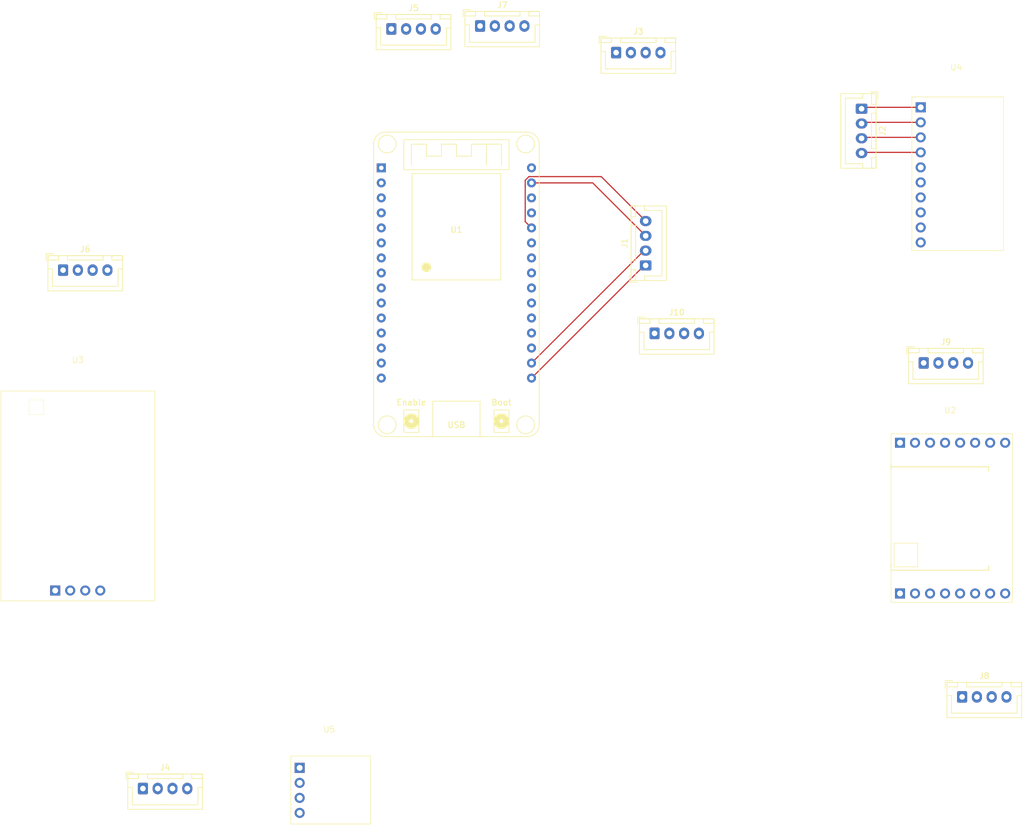
<source format=kicad_pcb>
(kicad_pcb (version 20241229) (generator "pcbnew") (generator_version "9.0")
  (layers (0 "F.Cu" signal) (2 "B.Cu" signal) (13 "F.Paste" user) (15 "B.Paste" user) (5 "F.SilkS" user "F.Silkscreen") (7 "B.SilkS" user "B.Silkscreen") (1 "F.Mask" user) (3 "B.Mask" user) (25 "Edge.Cuts" user))
  (net 0 "")
  (net 20 "LoRa1.RST")
  (net 24 "LoRa2.NSS")
  (net 26 "LoRa2.MISO")
  (net 27 "LoRa2.SCK")
  (net 31 "LoRa1.DI00")
  (net 32 "GPS.GND")
  (net 33 "GPS.TX")
  (net 34 "GPS.VCC")
  (net 41 "BME.SCL")
  (net 42 "BME.SDA")
  (net 43 "Net-(J2-Pin_4)")
  (net 44 "Net-(J2-Pin_2)")
  (net 45 "Net-(J2-Pin_1)")
  (net 46 "Net-(J2-Pin_3)")
  (net 47 "Net-(J4-Pin_4)")
  (net 48 "Net-(J4-Pin_2)")
  (net 49 "Net-(J4-Pin_3)")
  (net 50 "Net-(J4-Pin_1)")
  (net 51 "Net-(J6-Pin_1)")
  (net 52 "Net-(J6-Pin_2)")
  (net 53 "Net-(J6-Pin_4)")
  (net 54 "Net-(J6-Pin_3)")
  (net 55 "Net-(J8-Pin_3)")
  (net 56 "Net-(J8-Pin_2)")
  (net 57 "Net-(J8-Pin_1)")
  (net 58 "Net-(J8-Pin_4)")
  (net 59 "Net-(J9-Pin_3)")
  (net 60 "Net-(J9-Pin_2)")
  (net 61 "Net-(J9-Pin_1)")
  (net 62 "Net-(J9-Pin_4)")
  (net 63 "GPS.RX")
  (net 64 "LoRa2.MOSI")
  (footprint "Library:esp32_devkit_v1_doit" (layer "F.Cu") (at 181 56.5)
    (property "Reference" "U1" (at 0 10.47 0) (layer "F.SilkS"))
    (property "Value" "ESP32_DevKit_V1")
    (fp_line (start -14 -4.04) (end -14 43.46) (stroke (width 0.12)) (layer "F.SilkS"))
    (fp_line (start -12 -6.04) (end 12 -6.04) (stroke (width 0.12)) (layer "F.SilkS"))
    (fp_line (start -12 45.46) (end 12 45.46) (stroke (width 0.12)) (layer "F.SilkS"))
    (fp_line (start -8.89 -4.77) (end 8.89 -4.77) (stroke (width 0.12)) (layer "F.SilkS"))
    (fp_line (start -8.89 0.31) (end -8.89 -4.77) (stroke (width 0.12)) (layer "F.SilkS"))
    (fp_line (start -8.89 40.95) (end -6.35 40.95) (stroke (width 0.12)) (layer "F.SilkS"))
    (fp_line (start -8.89 44.76) (end -8.89 40.95) (stroke (width 0.12)) (layer "F.SilkS"))
    (fp_line (start -7.62 -4.008) (end -5.08 -4.008) (stroke (width 0.12)) (layer "F.SilkS"))
    (fp_line (start -7.62 -0.452) (end -7.62 -4.008) (stroke (width 0.12)) (layer "F.SilkS"))
    (fp_line (start -7.5 0.96) (end 7.5 0.96) (stroke (width 0.12)) (layer "F.SilkS"))
    (fp_line (start -7.5 18.96) (end -7.5 0.96) (stroke (width 0.12)) (layer "F.SilkS"))
    (fp_line (start -6.35 40.95) (end -6.35 44.76) (stroke (width 0.12)) (layer "F.SilkS"))
    (fp_line (start -6.35 44.76) (end -8.89 44.76) (stroke (width 0.12)) (layer "F.SilkS"))
    (fp_line (start -5.08 -4.008) (end -5.08 -1.976) (stroke (width 0.12)) (layer "F.SilkS"))
    (fp_line (start -5.08 -1.976) (end -2.54 -1.976) (stroke (width 0.12)) (layer "F.SilkS"))
    (fp_line (start -4 39.46) (end -4 45.46) (stroke (width 0.12)) (layer "F.SilkS"))
    (fp_line (start -4 39.46) (end 4 39.46) (stroke (width 0.12)) (layer "F.SilkS"))
    (fp_line (start -2.54 -4.008) (end 0 -4.008) (stroke (width 0.12)) (layer "F.SilkS"))
    (fp_line (start -2.54 -1.976) (end -2.54 -4.008) (stroke (width 0.12)) (layer "F.SilkS"))
    (fp_line (start 0 -4.008) (end 0 -1.976) (stroke (width 0.12)) (layer "F.SilkS"))
    (fp_line (start 0 -1.976) (end 2.54 -1.976) (stroke (width 0.12)) (layer "F.SilkS"))
    (fp_line (start 2.54 -4.008) (end 7.62 -4.008) (stroke (width 0.12)) (layer "F.SilkS"))
    (fp_line (start 2.54 -1.976) (end 2.54 -4.008) (stroke (width 0.12)) (layer "F.SilkS"))
    (fp_line (start 4 39.46) (end 4 45.46) (stroke (width 0.12)) (layer "F.SilkS"))
    (fp_line (start 5.08 -4.008) (end 5.08 -0.452) (stroke (width 0.12)) (layer "F.SilkS"))
    (fp_line (start 6.35 40.95) (end 8.89 40.95) (stroke (width 0.12)) (layer "F.SilkS"))
    (fp_line (start 6.35 44.76) (end 6.35 40.95) (stroke (width 0.12)) (layer "F.SilkS"))
    (fp_line (start 7.5 0.96) (end 7.5 18.96) (stroke (width 0.12)) (layer "F.SilkS"))
    (fp_line (start 7.5 18.96) (end -7.5 18.96) (stroke (width 0.12)) (layer "F.SilkS"))
    (fp_line (start 7.62 -4.008) (end 7.62 -0.452) (stroke (width 0.12)) (layer "F.SilkS"))
    (fp_line (start 8.89 -4.77) (end 8.89 0.31) (stroke (width 0.12)) (layer "F.SilkS"))
    (fp_line (start 8.89 0.31) (end -8.89 0.31) (stroke (width 0.12)) (layer "F.SilkS"))
    (fp_line (start 8.89 40.95) (end 8.89 44.76) (stroke (width 0.12)) (layer "F.SilkS"))
    (fp_line (start 8.89 44.76) (end 6.35 44.76) (stroke (width 0.12)) (layer "F.SilkS"))
    (fp_line (start 14 43.46) (end 14 -4.04) (stroke (width 0.12)) (layer "F.SilkS"))
    (fp_arc (start -14 -4.04) (mid -13.414214 -5.454214) (end -12 -6.04) (stroke (width 0.12)) (layer "F.SilkS"))
    (fp_arc (start -12 45.46) (mid -13.414214 44.874214) (end -14 43.46) (stroke (width 0.12)) (layer "F.SilkS"))
    (fp_arc (start 12 -6.04) (mid 13.414214 -5.454214) (end 14 -4.04) (stroke (width 0.12)) (layer "F.SilkS"))
    (fp_arc (start 14 43.46) (mid 13.414214 44.874214) (end 12 45.46) (stroke (width 0.12)) (layer "F.SilkS"))
    (fp_circle (center -11.7 -4.04) (end -10.2 -4.04) (stroke (width 0.12)) (fill no) (layer "F.SilkS"))
    (fp_circle (center -11.7 43.46) (end -10.2 43.46) (stroke (width 0.12)) (fill no) (layer "F.SilkS"))
    (fp_circle (center -7.62 42.855) (end -7.32 42.855) (stroke (width 1)) (fill no) (layer "F.SilkS"))
    (fp_circle (center -5.08 16.82) (end -4.68 16.82) (stroke (width 0.8)) (fill no) (layer "F.SilkS"))
    (fp_circle (center 7.62 42.855) (end 7.92 42.855) (stroke (width 1)) (fill no) (layer "F.SilkS"))
    (fp_circle (center 11.7 -4.04) (end 13.2 -4.04) (stroke (width 0.12)) (fill no) (layer "F.SilkS"))
    (fp_circle (center 11.7 43.46) (end 13.2 43.46) (stroke (width 0.12)) (fill no) (layer "F.SilkS"))
    (fp_text user "USB" (at 0 43.49 0) (layer "F.SilkS"))
    (fp_text user "Enable" (at -7.62 39.68 0) (layer "F.SilkS"))
    (fp_text user "Boot" (at 7.62 39.68 0) (layer "F.SilkS"))
    (pad "1" thru_hole rect (at -12.7 0) (size 1.524 1.524) (drill 0.762) (layers "*.Cu" "*.Mask"))
    (pad "2" thru_hole circle (at -12.7 2.54) (size 1.524 1.524) (drill 0.762) (layers "*.Cu" "*.Mask"))
    (pad "3" thru_hole circle (at -12.7 5.08) (size 1.524 1.524) (drill 0.762) (layers "*.Cu" "*.Mask"))
    (pad "4" thru_hole circle (at -12.7 7.62) (size 1.524 1.524) (drill 0.762) (layers "*.Cu" "*.Mask"))
    (pad "5" thru_hole circle (at -12.7 10.16) (size 1.524 1.524) (drill 0.762) (layers "*.Cu" "*.Mask"))
    (pad "6" thru_hole circle (at -12.7 12.7) (size 1.524 1.524) (drill 0.762) (layers "*.Cu" "*.Mask"))
    (pad "7" thru_hole circle (at -12.7 15.24) (size 1.524 1.524) (drill 0.762) (layers "*.Cu" "*.Mask"))
    (pad "8" thru_hole circle (at -12.7 17.78) (size 1.524 1.524) (drill 0.762) (layers "*.Cu" "*.Mask"))
    (pad "9" thru_hole circle (at -12.7 20.32) (size 1.524 1.524) (drill 0.762) (layers "*.Cu" "*.Mask"))
    (pad "10" thru_hole circle (at -12.7 22.86) (size 1.524 1.524) (drill 0.762) (layers "*.Cu" "*.Mask"))
    (pad "11" thru_hole circle (at -12.7 25.4) (size 1.524 1.524) (drill 0.762) (layers "*.Cu" "*.Mask") (net 20 "LoRa1.RST"))
    (pad "12" thru_hole circle (at -12.7 27.94) (size 1.524 1.524) (drill 0.762) (layers "*.Cu" "*.Mask"))
    (pad "13" thru_hole circle (at -12.7 30.48) (size 1.524 1.524) (drill 0.762) (layers "*.Cu" "*.Mask"))
    (pad "14" thru_hole circle (at -12.7 33.02) (size 1.524 1.524) (drill 0.762) (layers "*.Cu" "*.Mask"))
    (pad "15" thru_hole circle (at -12.7 35.56) (size 1.524 1.524) (drill 0.762) (layers "*.Cu" "*.Mask"))
    (pad "16" thru_hole circle (at 12.7 35.56) (size 1.524 1.524) (drill 0.762) (layers "*.Cu" "*.Mask") (net 34 "GPS.VCC"))
    (pad "17" thru_hole circle (at 12.7 33.02) (size 1.524 1.524) (drill 0.762) (layers "*.Cu" "*.Mask") (net 32 "GPS.GND"))
    (pad "18" thru_hole circle (at 12.7 30.48) (size 1.524 1.524) (drill 0.762) (layers "*.Cu" "*.Mask"))
    (pad "19" thru_hole circle (at 12.7 27.94) (size 1.524 1.524) (drill 0.762) (layers "*.Cu" "*.Mask") (net 31 "LoRa1.DI00"))
    (pad "20" thru_hole circle (at 12.7 25.4) (size 1.524 1.524) (drill 0.762) (layers "*.Cu" "*.Mask"))
    (pad "21" thru_hole circle (at 12.7 22.86) (size 1.524 1.524) (drill 0.762) (layers "*.Cu" "*.Mask"))
    (pad "22" thru_hole circle (at 12.7 20.32) (size 1.524 1.524) (drill 0.762) (layers "*.Cu" "*.Mask"))
    (pad "23" thru_hole circle (at 12.7 17.78) (size 1.524 1.524) (drill 0.762) (layers "*.Cu" "*.Mask") (net 24 "LoRa2.NSS"))
    (pad "24" thru_hole circle (at 12.7 15.24) (size 1.524 1.524) (drill 0.762) (layers "*.Cu" "*.Mask") (net 27 "LoRa2.SCK"))
    (pad "25" thru_hole circle (at 12.7 12.7) (size 1.524 1.524) (drill 0.762) (layers "*.Cu" "*.Mask") (net 26 "LoRa2.MISO"))
    (pad "26" thru_hole circle (at 12.7 10.16) (size 1.524 1.524) (drill 0.762) (layers "*.Cu" "*.Mask") (net 42 "BME.SDA"))
    (pad "27" thru_hole circle (at 12.7 7.62) (size 1.524 1.524) (drill 0.762) (layers "*.Cu" "*.Mask") (net 63 "GPS.RX"))
    (pad "28" thru_hole circle (at 12.7 5.08) (size 1.524 1.524) (drill 0.762) (layers "*.Cu" "*.Mask") (net 33 "GPS.TX"))
    (pad "29" thru_hole circle (at 12.7 2.54) (size 1.524 1.524) (drill 0.762) (layers "*.Cu" "*.Mask") (net 41 "BME.SCL"))
    (pad "30" thru_hole circle (at 12.7 0) (size 1.524 1.524) (drill 0.762) (layers "*.Cu" "*.Mask") (net 64 "LoRa2.MOSI"))
  )
  (footprint "Connector_JST:JST_XH_B4B-XH-A_1x04_P2.50mm_Vertical" (layer "F.Cu") (at 214.5 84.5)
    (property "Reference" "J10" (at 3.75 -3.55 0) (layer "F.SilkS"))
    (property "Value" "MPU_XH2.54_H")
    (fp_line (start -2.85 -2.75) (end -2.85 -1.5) (stroke (width 0.12)) (layer "F.SilkS"))
    (fp_line (start -2.56 -2.46) (end -2.56 3.51) (stroke (width 0.12)) (layer "F.SilkS"))
    (fp_line (start -2.56 3.51) (end 10.06 3.51) (stroke (width 0.12)) (layer "F.SilkS"))
    (fp_line (start -2.55 -2.45) (end -2.55 -1.7) (stroke (width 0.12)) (layer "F.SilkS"))
    (fp_line (start -2.55 -1.7) (end -0.75 -1.7) (stroke (width 0.12)) (layer "F.SilkS"))
    (fp_line (start -2.55 -0.2) (end -1.8 -0.2) (stroke (width 0.12)) (layer "F.SilkS"))
    (fp_line (start -1.8 -0.2) (end -1.8 2.75) (stroke (width 0.12)) (layer "F.SilkS"))
    (fp_line (start -1.8 2.75) (end 3.75 2.75) (stroke (width 0.12)) (layer "F.SilkS"))
    (fp_line (start -1.6 -2.75) (end -2.85 -2.75) (stroke (width 0.12)) (layer "F.SilkS"))
    (fp_line (start -0.75 -2.45) (end -2.55 -2.45) (stroke (width 0.12)) (layer "F.SilkS"))
    (fp_line (start -0.75 -1.7) (end -0.75 -2.45) (stroke (width 0.12)) (layer "F.SilkS"))
    (fp_line (start 0.75 -2.45) (end 0.75 -1.7) (stroke (width 0.12)) (layer "F.SilkS"))
    (fp_line (start 0.75 -1.7) (end 6.75 -1.7) (stroke (width 0.12)) (layer "F.SilkS"))
    (fp_line (start 6.75 -2.45) (end 0.75 -2.45) (stroke (width 0.12)) (layer "F.SilkS"))
    (fp_line (start 6.75 -1.7) (end 6.75 -2.45) (stroke (width 0.12)) (layer "F.SilkS"))
    (fp_line (start 8.25 -2.45) (end 8.25 -1.7) (stroke (width 0.12)) (layer "F.SilkS"))
    (fp_line (start 8.25 -1.7) (end 10.05 -1.7) (stroke (width 0.12)) (layer "F.SilkS"))
    (fp_line (start 9.3 -0.2) (end 9.3 2.75) (stroke (width 0.12)) (layer "F.SilkS"))
    (fp_line (start 9.3 2.75) (end 3.75 2.75) (stroke (width 0.12)) (layer "F.SilkS"))
    (fp_line (start 10.05 -2.45) (end 8.25 -2.45) (stroke (width 0.12)) (layer "F.SilkS"))
    (fp_line (start 10.05 -1.7) (end 10.05 -2.45) (stroke (width 0.12)) (layer "F.SilkS"))
    (fp_line (start 10.05 -0.2) (end 9.3 -0.2) (stroke (width 0.12)) (layer "F.SilkS"))
    (fp_line (start 10.06 -2.46) (end -2.56 -2.46) (stroke (width 0.12)) (layer "F.SilkS"))
    (fp_line (start 10.06 3.51) (end 10.06 -2.46) (stroke (width 0.12)) (layer "F.SilkS"))
    (pad "1" thru_hole roundrect (at 0 0) (size 1.7 1.95) (drill 0.95) (layers "*.Cu" "*.Mask") (roundrect_rratio 0.147059) (net 24 "LoRa2.NSS"))
    (pad "2" thru_hole oval (at 2.5 0) (size 1.7 1.95) (drill 0.95) (layers "*.Cu" "*.Mask") (net 26 "LoRa2.MISO"))
    (pad "3" thru_hole oval (at 5 0) (size 1.7 1.95) (drill 0.95) (layers "*.Cu" "*.Mask") (net 26 "LoRa2.MISO"))
    (pad "4" thru_hole oval (at 7.5 0) (size 1.7 1.95) (drill 0.95) (layers "*.Cu" "*.Mask") (net 27 "LoRa2.SCK"))
  )
  (footprint "MyLibrary:LoRa Ra-02" (layer "F.Cu") (at 264.5 116)
    (property "Reference" "U2" (at 0 -18.5 0) (layer "F.SilkS") (effects (font (thickness 0.1))))
    (property "Value" "LoRa Ra-02")
    (fp_line (start -10.00885 -8.928465) (end 6.49115 -8.928465) (stroke (width 0.15)) (layer "F.SilkS"))
    (fp_line (start -10.00885 -8.5) (end -10.00885 -9.25) (stroke (width 0.15)) (layer "F.SilkS"))
    (fp_line (start -10.00885 7.5) (end -10.00885 8.25) (stroke (width 0.15)) (layer "F.SilkS"))
    (fp_line (start -10.00885 8.571535) (end 6.49115 8.571535) (stroke (width 0.15)) (layer "F.SilkS"))
    (fp_line (start 6.49115 -8.928465) (end 6.49115 -8.178465) (stroke (width 0.15)) (layer "F.SilkS"))
    (fp_line (start 6.49115 8.571535) (end 6.49115 7.821535) (stroke (width 0.15)) (layer "F.SilkS"))
    (fp_rect (start -10 -14.5) (end 10.5 14) (stroke (width 0.1)) (fill no) (layer "F.SilkS"))
    (fp_rect (start -9.5 4) (end -5.5 8) (stroke (width 0.1)) (fill no) (layer "F.SilkS"))
    (pad "1" thru_hole rect (at -8.5 12.5 90) (size 1.7 1.7) (drill 1) (layers "*.Cu" "*.Mask"))
    (pad "2" thru_hole circle (at -5.96 12.5 90) (size 1.7 1.7) (drill 1) (layers "*.Cu" "*.Mask") (net 57 "Net-(J8-Pin_1)"))
    (pad "3" thru_hole circle (at -3.42 12.5 90) (size 1.7 1.7) (drill 1) (layers "*.Cu" "*.Mask") (net 56 "Net-(J8-Pin_2)"))
    (pad "4" thru_hole circle (at -0.88 12.5 90) (size 1.7 1.7) (drill 1) (layers "*.Cu" "*.Mask") (net 55 "Net-(J8-Pin_3)"))
    (pad "5" thru_hole circle (at 1.66 12.5 90) (size 1.7 1.7) (drill 1) (layers "*.Cu" "*.Mask") (net 58 "Net-(J8-Pin_4)"))
    (pad "6" thru_hole circle (at 4.2 12.5 90) (size 1.7 1.7) (drill 1) (layers "*.Cu" "*.Mask"))
    (pad "7" thru_hole circle (at 6.74 12.5 90) (size 1.7 1.7) (drill 1) (layers "*.Cu" "*.Mask"))
    (pad "8" thru_hole circle (at 9.28 12.5 90) (size 1.7 1.7) (drill 1) (layers "*.Cu" "*.Mask"))
    (pad "9" thru_hole rect (at -8.5 -13 90) (size 1.7 1.7) (drill 1) (layers "*.Cu" "*.Mask"))
    (pad "10" thru_hole circle (at -5.96 -13 90) (size 1.7 1.7) (drill 1) (layers "*.Cu" "*.Mask") (net 61 "Net-(J9-Pin_1)"))
    (pad "11" thru_hole circle (at -3.42 -13 90) (size 1.7 1.7) (drill 1) (layers "*.Cu" "*.Mask") (net 60 "Net-(J9-Pin_2)"))
    (pad "12" thru_hole circle (at -0.88 -13 90) (size 1.7 1.7) (drill 1) (layers "*.Cu" "*.Mask") (net 59 "Net-(J9-Pin_3)"))
    (pad "13" thru_hole circle (at 1.66 -13 90) (size 1.7 1.7) (drill 1) (layers "*.Cu" "*.Mask") (net 62 "Net-(J9-Pin_4)"))
    (pad "14" thru_hole circle (at 4.2 -13 90) (size 1.7 1.7) (drill 1) (layers "*.Cu" "*.Mask"))
    (pad "15" thru_hole circle (at 6.74 -13 90) (size 1.7 1.7) (drill 1) (layers "*.Cu" "*.Mask"))
    (pad "16" thru_hole circle (at 9.28 -13 90) (size 1.7 1.7) (drill 1) (layers "*.Cu" "*.Mask"))
  )
  (footprint "Connector_JST:JST_XH_B4B-XH-A_1x04_P2.50mm_Vertical" (layer "F.Cu") (at 213 73 90)
    (property "Reference" "J1" (at 3.75 -3.55 90) (layer "F.SilkS"))
    (property "Value" "MPU_XH2.54_M")
    (fp_line (start -1.6 -2.75) (end -2.85 -2.75) (stroke (width 0.12)) (layer "F.SilkS"))
    (fp_line (start -2.85 -2.75) (end -2.85 -1.5) (stroke (width 0.12)) (layer "F.SilkS"))
    (fp_line (start 10.06 -2.46) (end -2.56 -2.46) (stroke (width 0.12)) (layer "F.SilkS"))
    (fp_line (start -2.56 -2.46) (end -2.56 3.51) (stroke (width 0.12)) (layer "F.SilkS"))
    (fp_line (start 10.05 -2.45) (end 8.25 -2.45) (stroke (width 0.12)) (layer "F.SilkS"))
    (fp_line (start 8.25 -2.45) (end 8.25 -1.7) (stroke (width 0.12)) (layer "F.SilkS"))
    (fp_line (start 6.75 -2.45) (end 0.75 -2.45) (stroke (width 0.12)) (layer "F.SilkS"))
    (fp_line (start 0.75 -2.45) (end 0.75 -1.7) (stroke (width 0.12)) (layer "F.SilkS"))
    (fp_line (start -0.75 -2.45) (end -2.55 -2.45) (stroke (width 0.12)) (layer "F.SilkS"))
    (fp_line (start -2.55 -2.45) (end -2.55 -1.7) (stroke (width 0.12)) (layer "F.SilkS"))
    (fp_line (start 10.05 -1.7) (end 10.05 -2.45) (stroke (width 0.12)) (layer "F.SilkS"))
    (fp_line (start 8.25 -1.7) (end 10.05 -1.7) (stroke (width 0.12)) (layer "F.SilkS"))
    (fp_line (start 6.75 -1.7) (end 6.75 -2.45) (stroke (width 0.12)) (layer "F.SilkS"))
    (fp_line (start 0.75 -1.7) (end 6.75 -1.7) (stroke (width 0.12)) (layer "F.SilkS"))
    (fp_line (start -0.75 -1.7) (end -0.75 -2.45) (stroke (width 0.12)) (layer "F.SilkS"))
    (fp_line (start -2.55 -1.7) (end -0.75 -1.7) (stroke (width 0.12)) (layer "F.SilkS"))
    (fp_line (start 10.05 -0.2) (end 9.3 -0.2) (stroke (width 0.12)) (layer "F.SilkS"))
    (fp_line (start 9.3 -0.2) (end 9.3 2.75) (stroke (width 0.12)) (layer "F.SilkS"))
    (fp_line (start -1.8 -0.2) (end -1.8 2.75) (stroke (width 0.12)) (layer "F.SilkS"))
    (fp_line (start -2.55 -0.2) (end -1.8 -0.2) (stroke (width 0.12)) (layer "F.SilkS"))
    (fp_line (start 9.3 2.75) (end 3.75 2.75) (stroke (width 0.12)) (layer "F.SilkS"))
    (fp_line (start -1.8 2.75) (end 3.75 2.75) (stroke (width 0.12)) (layer "F.SilkS"))
    (fp_line (start 10.06 3.51) (end 10.06 -2.46) (stroke (width 0.12)) (layer "F.SilkS"))
    (fp_line (start -2.56 3.51) (end 10.06 3.51) (stroke (width 0.12)) (layer "F.SilkS"))
    (pad "1" thru_hole roundrect (at 0 0 90) (size 1.7 1.95) (drill 0.95) (layers "*.Cu" "*.Mask") (roundrect_rratio 0.147059) (net 34 "GPS.VCC"))
    (pad "2" thru_hole oval (at 2.5 0 90) (size 1.7 1.95) (drill 0.95) (layers "*.Cu" "*.Mask") (net 32 "GPS.GND"))
    (pad "3" thru_hole oval (at 5 0 90) (size 1.7 1.95) (drill 0.95) (layers "*.Cu" "*.Mask") (net 41 "BME.SCL"))
    (pad "4" thru_hole oval (at 7.5 0 90) (size 1.7 1.95) (drill 0.95) (layers "*.Cu" "*.Mask") (net 42 "BME.SDA"))
  )
  (footprint "Connector_JST:JST_XH_B4B-XH-A_1x04_P2.50mm_Vertical" (layer "F.Cu") (at 114.5 73.8)
    (property "Reference" "J6" (at 3.75 -3.55 0) (layer "F.SilkS"))
    (property "Value" "GPS_XH2.54_H")
    (fp_line (start -2.85 -2.75) (end -2.85 -1.5) (stroke (width 0.12)) (layer "F.SilkS"))
    (fp_line (start -2.56 -2.46) (end -2.56 3.51) (stroke (width 0.12)) (layer "F.SilkS"))
    (fp_line (start -2.56 3.51) (end 10.06 3.51) (stroke (width 0.12)) (layer "F.SilkS"))
    (fp_line (start -2.55 -2.45) (end -2.55 -1.7) (stroke (width 0.12)) (layer "F.SilkS"))
    (fp_line (start -2.55 -1.7) (end -0.75 -1.7) (stroke (width 0.12)) (layer "F.SilkS"))
    (fp_line (start -2.55 -0.2) (end -1.8 -0.2) (stroke (width 0.12)) (layer "F.SilkS"))
    (fp_line (start -1.8 -0.2) (end -1.8 2.75) (stroke (width 0.12)) (layer "F.SilkS"))
    (fp_line (start -1.8 2.75) (end 3.75 2.75) (stroke (width 0.12)) (layer "F.SilkS"))
    (fp_line (start -1.6 -2.75) (end -2.85 -2.75) (stroke (width 0.12)) (layer "F.SilkS"))
    (fp_line (start -0.75 -2.45) (end -2.55 -2.45) (stroke (width 0.12)) (layer "F.SilkS"))
    (fp_line (start -0.75 -1.7) (end -0.75 -2.45) (stroke (width 0.12)) (layer "F.SilkS"))
    (fp_line (start 0.75 -2.45) (end 0.75 -1.7) (stroke (width 0.12)) (layer "F.SilkS"))
    (fp_line (start 0.75 -1.7) (end 6.75 -1.7) (stroke (width 0.12)) (layer "F.SilkS"))
    (fp_line (start 6.75 -2.45) (end 0.75 -2.45) (stroke (width 0.12)) (layer "F.SilkS"))
    (fp_line (start 6.75 -1.7) (end 6.75 -2.45) (stroke (width 0.12)) (layer "F.SilkS"))
    (fp_line (start 8.25 -2.45) (end 8.25 -1.7) (stroke (width 0.12)) (layer "F.SilkS"))
    (fp_line (start 8.25 -1.7) (end 10.05 -1.7) (stroke (width 0.12)) (layer "F.SilkS"))
    (fp_line (start 9.3 -0.2) (end 9.3 2.75) (stroke (width 0.12)) (layer "F.SilkS"))
    (fp_line (start 9.3 2.75) (end 3.75 2.75) (stroke (width 0.12)) (layer "F.SilkS"))
    (fp_line (start 10.05 -2.45) (end 8.25 -2.45) (stroke (width 0.12)) (layer "F.SilkS"))
    (fp_line (start 10.05 -1.7) (end 10.05 -2.45) (stroke (width 0.12)) (layer "F.SilkS"))
    (fp_line (start 10.05 -0.2) (end 9.3 -0.2) (stroke (width 0.12)) (layer "F.SilkS"))
    (fp_line (start 10.06 -2.46) (end -2.56 -2.46) (stroke (width 0.12)) (layer "F.SilkS"))
    (fp_line (start 10.06 3.51) (end 10.06 -2.46) (stroke (width 0.12)) (layer "F.SilkS"))
    (pad "1" thru_hole roundrect (at 0 0) (size 1.7 1.95) (drill 0.95) (layers "*.Cu" "*.Mask") (roundrect_rratio 0.147059) (net 51 "Net-(J6-Pin_1)"))
    (pad "2" thru_hole oval (at 2.5 0) (size 1.7 1.95) (drill 0.95) (layers "*.Cu" "*.Mask") (net 52 "Net-(J6-Pin_2)"))
    (pad "3" thru_hole oval (at 5 0) (size 1.7 1.95) (drill 0.95) (layers "*.Cu" "*.Mask") (net 54 "Net-(J6-Pin_3)"))
    (pad "4" thru_hole oval (at 7.5 0) (size 1.7 1.95) (drill 0.95) (layers "*.Cu" "*.Mask") (net 53 "Net-(J6-Pin_4)"))
  )
  (footprint "Connector_JST:JST_XH_B4B-XH-A_1x04_P2.50mm_Vertical" (layer "F.Cu") (at 185 32.5)
    (property "Reference" "J7" (at 3.75 -3.55 0) (layer "F.SilkS"))
    (property "Value" "LoRa1_XH2.54_M")
    (fp_line (start -2.85 -2.75) (end -2.85 -1.5) (stroke (width 0.12)) (layer "F.SilkS"))
    (fp_line (start -2.56 -2.46) (end -2.56 3.51) (stroke (width 0.12)) (layer "F.SilkS"))
    (fp_line (start -2.56 3.51) (end 10.06 3.51) (stroke (width 0.12)) (layer "F.SilkS"))
    (fp_line (start -2.55 -2.45) (end -2.55 -1.7) (stroke (width 0.12)) (layer "F.SilkS"))
    (fp_line (start -2.55 -1.7) (end -0.75 -1.7) (stroke (width 0.12)) (layer "F.SilkS"))
    (fp_line (start -2.55 -0.2) (end -1.8 -0.2) (stroke (width 0.12)) (layer "F.SilkS"))
    (fp_line (start -1.8 -0.2) (end -1.8 2.75) (stroke (width 0.12)) (layer "F.SilkS"))
    (fp_line (start -1.8 2.75) (end 3.75 2.75) (stroke (width 0.12)) (layer "F.SilkS"))
    (fp_line (start -1.6 -2.75) (end -2.85 -2.75) (stroke (width 0.12)) (layer "F.SilkS"))
    (fp_line (start -0.75 -2.45) (end -2.55 -2.45) (stroke (width 0.12)) (layer "F.SilkS"))
    (fp_line (start -0.75 -1.7) (end -0.75 -2.45) (stroke (width 0.12)) (layer "F.SilkS"))
    (fp_line (start 0.75 -2.45) (end 0.75 -1.7) (stroke (width 0.12)) (layer "F.SilkS"))
    (fp_line (start 0.75 -1.7) (end 6.75 -1.7) (stroke (width 0.12)) (layer "F.SilkS"))
    (fp_line (start 6.75 -2.45) (end 0.75 -2.45) (stroke (width 0.12)) (layer "F.SilkS"))
    (fp_line (start 6.75 -1.7) (end 6.75 -2.45) (stroke (width 0.12)) (layer "F.SilkS"))
    (fp_line (start 8.25 -2.45) (end 8.25 -1.7) (stroke (width 0.12)) (layer "F.SilkS"))
    (fp_line (start 8.25 -1.7) (end 10.05 -1.7) (stroke (width 0.12)) (layer "F.SilkS"))
    (fp_line (start 9.3 -0.2) (end 9.3 2.75) (stroke (width 0.12)) (layer "F.SilkS"))
    (fp_line (start 9.3 2.75) (end 3.75 2.75) (stroke (width 0.12)) (layer "F.SilkS"))
    (fp_line (start 10.05 -2.45) (end 8.25 -2.45) (stroke (width 0.12)) (layer "F.SilkS"))
    (fp_line (start 10.05 -1.7) (end 10.05 -2.45) (stroke (width 0.12)) (layer "F.SilkS"))
    (fp_line (start 10.05 -0.2) (end 9.3 -0.2) (stroke (width 0.12)) (layer "F.SilkS"))
    (fp_line (start 10.06 -2.46) (end -2.56 -2.46) (stroke (width 0.12)) (layer "F.SilkS"))
    (fp_line (start 10.06 3.51) (end 10.06 -2.46) (stroke (width 0.12)) (layer "F.SilkS"))
    (pad "1" thru_hole roundrect (at 0 0) (size 1.7 1.95) (drill 0.95) (layers "*.Cu" "*.Mask") (roundrect_rratio 0.147059) (net 32 "GPS.GND"))
    (pad "2" thru_hole oval (at 2.5 0) (size 1.7 1.95) (drill 0.95) (layers "*.Cu" "*.Mask") (net 34 "GPS.VCC"))
    (pad "3" thru_hole oval (at 5 0) (size 1.7 1.95) (drill 0.95) (layers "*.Cu" "*.Mask") (net 20 "LoRa1.RST"))
    (pad "4" thru_hole oval (at 7.5 0) (size 1.7 1.95) (drill 0.95) (layers "*.Cu" "*.Mask") (net 31 "LoRa1.DI00"))
  )
  (footprint "MyLibrary:BME280" (layer "F.Cu") (at 159.5 162)
    (property "Reference" "U5" (at 0 -10.5 0) (layer "F.SilkS") (effects (font (thickness 0.1))))
    (property "Value" "BME280")
    (fp_rect (start -6.5 -6) (end 7 5.5) (stroke (width 0.1)) (fill no) (layer "F.SilkS"))
    (pad "1" thru_hole rect (at -5 -4) (size 1.7 1.7) (drill 1) (layers "*.Cu" "*.Mask") (net 50 "Net-(J4-Pin_1)"))
    (pad "2" thru_hole circle (at -5 -1.46) (size 1.7 1.7) (drill 1) (layers "*.Cu" "*.Mask") (net 48 "Net-(J4-Pin_2)"))
    (pad "3" thru_hole circle (at -5 1.08) (size 1.7 1.7) (drill 1) (layers "*.Cu" "*.Mask") (net 49 "Net-(J4-Pin_3)"))
    (pad "4" thru_hole circle (at -5 3.62) (size 1.7 1.7) (drill 1) (layers "*.Cu" "*.Mask") (net 47 "Net-(J4-Pin_4)"))
  )
  (footprint "Connector_JST:JST_XH_B4B-XH-A_1x04_P2.50mm_Vertical" (layer "F.Cu") (at 266.5 146)
    (property "Reference" "J8" (at 3.75 -3.55 0) (layer "F.SilkS"))
    (property "Value" "LoRa1_XH2.54_H")
    (fp_line (start -2.85 -2.75) (end -2.85 -1.5) (stroke (width 0.12)) (layer "F.SilkS"))
    (fp_line (start -2.56 -2.46) (end -2.56 3.51) (stroke (width 0.12)) (layer "F.SilkS"))
    (fp_line (start -2.56 3.51) (end 10.06 3.51) (stroke (width 0.12)) (layer "F.SilkS"))
    (fp_line (start -2.55 -2.45) (end -2.55 -1.7) (stroke (width 0.12)) (layer "F.SilkS"))
    (fp_line (start -2.55 -1.7) (end -0.75 -1.7) (stroke (width 0.12)) (layer "F.SilkS"))
    (fp_line (start -2.55 -0.2) (end -1.8 -0.2) (stroke (width 0.12)) (layer "F.SilkS"))
    (fp_line (start -1.8 -0.2) (end -1.8 2.75) (stroke (width 0.12)) (layer "F.SilkS"))
    (fp_line (start -1.8 2.75) (end 3.75 2.75) (stroke (width 0.12)) (layer "F.SilkS"))
    (fp_line (start -1.6 -2.75) (end -2.85 -2.75) (stroke (width 0.12)) (layer "F.SilkS"))
    (fp_line (start -0.75 -2.45) (end -2.55 -2.45) (stroke (width 0.12)) (layer "F.SilkS"))
    (fp_line (start -0.75 -1.7) (end -0.75 -2.45) (stroke (width 0.12)) (layer "F.SilkS"))
    (fp_line (start 0.75 -2.45) (end 0.75 -1.7) (stroke (width 0.12)) (layer "F.SilkS"))
    (fp_line (start 0.75 -1.7) (end 6.75 -1.7) (stroke (width 0.12)) (layer "F.SilkS"))
    (fp_line (start 6.75 -2.45) (end 0.75 -2.45) (stroke (width 0.12)) (layer "F.SilkS"))
    (fp_line (start 6.75 -1.7) (end 6.75 -2.45) (stroke (width 0.12)) (layer "F.SilkS"))
    (fp_line (start 8.25 -2.45) (end 8.25 -1.7) (stroke (width 0.12)) (layer "F.SilkS"))
    (fp_line (start 8.25 -1.7) (end 10.05 -1.7) (stroke (width 0.12)) (layer "F.SilkS"))
    (fp_line (start 9.3 -0.2) (end 9.3 2.75) (stroke (width 0.12)) (layer "F.SilkS"))
    (fp_line (start 9.3 2.75) (end 3.75 2.75) (stroke (width 0.12)) (layer "F.SilkS"))
    (fp_line (start 10.05 -2.45) (end 8.25 -2.45) (stroke (width 0.12)) (layer "F.SilkS"))
    (fp_line (start 10.05 -1.7) (end 10.05 -2.45) (stroke (width 0.12)) (layer "F.SilkS"))
    (fp_line (start 10.05 -0.2) (end 9.3 -0.2) (stroke (width 0.12)) (layer "F.SilkS"))
    (fp_line (start 10.06 -2.46) (end -2.56 -2.46) (stroke (width 0.12)) (layer "F.SilkS"))
    (fp_line (start 10.06 3.51) (end 10.06 -2.46) (stroke (width 0.12)) (layer "F.SilkS"))
    (pad "1" thru_hole roundrect (at 0 0) (size 1.7 1.95) (drill 0.95) (layers "*.Cu" "*.Mask") (roundrect_rratio 0.147059) (net 57 "Net-(J8-Pin_1)"))
    (pad "2" thru_hole oval (at 2.5 0) (size 1.7 1.95) (drill 0.95) (layers "*.Cu" "*.Mask") (net 56 "Net-(J8-Pin_2)"))
    (pad "3" thru_hole oval (at 5 0) (size 1.7 1.95) (drill 0.95) (layers "*.Cu" "*.Mask") (net 55 "Net-(J8-Pin_3)"))
    (pad "4" thru_hole oval (at 7.5 0) (size 1.7 1.95) (drill 0.95) (layers "*.Cu" "*.Mask") (net 58 "Net-(J8-Pin_4)"))
  )
  (footprint "MyLibrary:MPU-6500" (layer "F.Cu") (at 265.5 57.5)
    (property "Reference" "U4" (at 0 -18 0) (layer "F.SilkS") (effects (font (thickness 0.1))))
    (property "Value" "MPU-6500")
    (fp_rect (start -7.5 -13) (end 8 13) (stroke (width 0.1)) (fill no) (layer "F.SilkS"))
    (pad "1" thru_hole rect (at -6 -11.24) (size 1.7 1.7) (drill 1) (layers "*.Cu" "*.Mask") (net 45 "Net-(J2-Pin_1)"))
    (pad "2" thru_hole circle (at -6 -8.7) (size 1.7 1.7) (drill 1) (layers "*.Cu" "*.Mask") (net 44 "Net-(J2-Pin_2)"))
    (pad "3" thru_hole circle (at -6 -6.16) (size 1.7 1.7) (drill 1) (layers "*.Cu" "*.Mask") (net 46 "Net-(J2-Pin_3)"))
    (pad "4" thru_hole circle (at -6 -3.62) (size 1.7 1.7) (drill 1) (layers "*.Cu" "*.Mask") (net 43 "Net-(J2-Pin_4)"))
    (pad "5" thru_hole circle (at -6 -1.08) (size 1.7 1.7) (drill 1) (layers "*.Cu" "*.Mask"))
    (pad "6" thru_hole circle (at -6 1.46) (size 1.7 1.7) (drill 1) (layers "*.Cu" "*.Mask"))
    (pad "7" thru_hole circle (at -6 4) (size 1.7 1.7) (drill 1) (layers "*.Cu" "*.Mask"))
    (pad "8" thru_hole circle (at -6 6.54) (size 1.7 1.7) (drill 1) (layers "*.Cu" "*.Mask"))
    (pad "9" thru_hole circle (at -6 9.08) (size 1.7 1.7) (drill 1) (layers "*.Cu" "*.Mask"))
    (pad "10" thru_hole circle (at -6 11.62) (size 1.7 1.7) (drill 1) (layers "*.Cu" "*.Mask"))
  )
  (footprint "Connector_JST:JST_XH_B4B-XH-A_1x04_P2.50mm_Vertical" (layer "F.Cu") (at 128 161.5)
    (property "Reference" "J4" (at 3.75 -3.55 0) (layer "F.SilkS"))
    (property "Value" "BME_XH2.54_H")
    (fp_line (start -2.85 -2.75) (end -2.85 -1.5) (stroke (width 0.12)) (layer "F.SilkS"))
    (fp_line (start -2.56 -2.46) (end -2.56 3.51) (stroke (width 0.12)) (layer "F.SilkS"))
    (fp_line (start -2.56 3.51) (end 10.06 3.51) (stroke (width 0.12)) (layer "F.SilkS"))
    (fp_line (start -2.55 -2.45) (end -2.55 -1.7) (stroke (width 0.12)) (layer "F.SilkS"))
    (fp_line (start -2.55 -1.7) (end -0.75 -1.7) (stroke (width 0.12)) (layer "F.SilkS"))
    (fp_line (start -2.55 -0.2) (end -1.8 -0.2) (stroke (width 0.12)) (layer "F.SilkS"))
    (fp_line (start -1.8 -0.2) (end -1.8 2.75) (stroke (width 0.12)) (layer "F.SilkS"))
    (fp_line (start -1.8 2.75) (end 3.75 2.75) (stroke (width 0.12)) (layer "F.SilkS"))
    (fp_line (start -1.6 -2.75) (end -2.85 -2.75) (stroke (width 0.12)) (layer "F.SilkS"))
    (fp_line (start -0.75 -2.45) (end -2.55 -2.45) (stroke (width 0.12)) (layer "F.SilkS"))
    (fp_line (start -0.75 -1.7) (end -0.75 -2.45) (stroke (width 0.12)) (layer "F.SilkS"))
    (fp_line (start 0.75 -2.45) (end 0.75 -1.7) (stroke (width 0.12)) (layer "F.SilkS"))
    (fp_line (start 0.75 -1.7) (end 6.75 -1.7) (stroke (width 0.12)) (layer "F.SilkS"))
    (fp_line (start 6.75 -2.45) (end 0.75 -2.45) (stroke (width 0.12)) (layer "F.SilkS"))
    (fp_line (start 6.75 -1.7) (end 6.75 -2.45) (stroke (width 0.12)) (layer "F.SilkS"))
    (fp_line (start 8.25 -2.45) (end 8.25 -1.7) (stroke (width 0.12)) (layer "F.SilkS"))
    (fp_line (start 8.25 -1.7) (end 10.05 -1.7) (stroke (width 0.12)) (layer "F.SilkS"))
    (fp_line (start 9.3 -0.2) (end 9.3 2.75) (stroke (width 0.12)) (layer "F.SilkS"))
    (fp_line (start 9.3 2.75) (end 3.75 2.75) (stroke (width 0.12)) (layer "F.SilkS"))
    (fp_line (start 10.05 -2.45) (end 8.25 -2.45) (stroke (width 0.12)) (layer "F.SilkS"))
    (fp_line (start 10.05 -1.7) (end 10.05 -2.45) (stroke (width 0.12)) (layer "F.SilkS"))
    (fp_line (start 10.05 -0.2) (end 9.3 -0.2) (stroke (width 0.12)) (layer "F.SilkS"))
    (fp_line (start 10.06 -2.46) (end -2.56 -2.46) (stroke (width 0.12)) (layer "F.SilkS"))
    (fp_line (start 10.06 3.51) (end 10.06 -2.46) (stroke (width 0.12)) (layer "F.SilkS"))
    (pad "1" thru_hole roundrect (at 0 0) (size 1.7 1.95) (drill 0.95) (layers "*.Cu" "*.Mask") (roundrect_rratio 0.147059) (net 50 "Net-(J4-Pin_1)"))
    (pad "2" thru_hole oval (at 2.5 0) (size 1.7 1.95) (drill 0.95) (layers "*.Cu" "*.Mask") (net 48 "Net-(J4-Pin_2)"))
    (pad "3" thru_hole oval (at 5 0) (size 1.7 1.95) (drill 0.95) (layers "*.Cu" "*.Mask") (net 49 "Net-(J4-Pin_3)"))
    (pad "4" thru_hole oval (at 7.5 0) (size 1.7 1.95) (drill 0.95) (layers "*.Cu" "*.Mask") (net 47 "Net-(J4-Pin_4)"))
  )
  (footprint "MyLibrary:NE06MV2 GPS" (layer "F.Cu") (at 117 112)
    (property "Reference" "U3" (at 0 -23 0) (layer "F.SilkS") (effects (font (thickness 0.1))))
    (property "Value" "NEO6MV2 GPS")
    (fp_rect (start -13 -17.75) (end 13 17.75) (stroke (width 0.1)) (fill no) (layer "F.SilkS"))
    (fp_rect (start -8.25 -16.25) (end -5.75 -13.75) (stroke (width 0.05)) (fill no) (layer "F.SilkS"))
    (pad "1" thru_hole rect (at -3.832291 15.999999 90) (size 1.7 1.7) (drill 1) (layers "*.Cu" "*.Mask") (net 51 "Net-(J6-Pin_1)"))
    (pad "2" thru_hole circle (at -1.292291 15.999999 90) (size 1.7 1.7) (drill 1) (layers "*.Cu" "*.Mask") (net 52 "Net-(J6-Pin_2)"))
    (pad "3" thru_hole circle (at 1.247709 15.999999 90) (size 1.7 1.7) (drill 1) (layers "*.Cu" "*.Mask") (net 54 "Net-(J6-Pin_3)"))
    (pad "4" thru_hole circle (at 3.787709 15.999999 90) (size 1.7 1.7) (drill 1) (layers "*.Cu" "*.Mask") (net 53 "Net-(J6-Pin_4)"))
  )
  (footprint "Connector_JST:JST_XH_B4B-XH-A_1x04_P2.50mm_Vertical" (layer "F.Cu") (at 260 89.5)
    (property "Reference" "J9" (at 3.75 -3.55 0) (layer "F.SilkS"))
    (property "Value" "MPU_XH2.54_M")
    (fp_line (start -2.85 -2.75) (end -2.85 -1.5) (stroke (width 0.12)) (layer "F.SilkS"))
    (fp_line (start -2.56 -2.46) (end -2.56 3.51) (stroke (width 0.12)) (layer "F.SilkS"))
    (fp_line (start -2.56 3.51) (end 10.06 3.51) (stroke (width 0.12)) (layer "F.SilkS"))
    (fp_line (start -2.55 -2.45) (end -2.55 -1.7) (stroke (width 0.12)) (layer "F.SilkS"))
    (fp_line (start -2.55 -1.7) (end -0.75 -1.7) (stroke (width 0.12)) (layer "F.SilkS"))
    (fp_line (start -2.55 -0.2) (end -1.8 -0.2) (stroke (width 0.12)) (layer "F.SilkS"))
    (fp_line (start -1.8 -0.2) (end -1.8 2.75) (stroke (width 0.12)) (layer "F.SilkS"))
    (fp_line (start -1.8 2.75) (end 3.75 2.75) (stroke (width 0.12)) (layer "F.SilkS"))
    (fp_line (start -1.6 -2.75) (end -2.85 -2.75) (stroke (width 0.12)) (layer "F.SilkS"))
    (fp_line (start -0.75 -2.45) (end -2.55 -2.45) (stroke (width 0.12)) (layer "F.SilkS"))
    (fp_line (start -0.75 -1.7) (end -0.75 -2.45) (stroke (width 0.12)) (layer "F.SilkS"))
    (fp_line (start 0.75 -2.45) (end 0.75 -1.7) (stroke (width 0.12)) (layer "F.SilkS"))
    (fp_line (start 0.75 -1.7) (end 6.75 -1.7) (stroke (width 0.12)) (layer "F.SilkS"))
    (fp_line (start 6.75 -2.45) (end 0.75 -2.45) (stroke (width 0.12)) (layer "F.SilkS"))
    (fp_line (start 6.75 -1.7) (end 6.75 -2.45) (stroke (width 0.12)) (layer "F.SilkS"))
    (fp_line (start 8.25 -2.45) (end 8.25 -1.7) (stroke (width 0.12)) (layer "F.SilkS"))
    (fp_line (start 8.25 -1.7) (end 10.05 -1.7) (stroke (width 0.12)) (layer "F.SilkS"))
    (fp_line (start 9.3 -0.2) (end 9.3 2.75) (stroke (width 0.12)) (layer "F.SilkS"))
    (fp_line (start 9.3 2.75) (end 3.75 2.75) (stroke (width 0.12)) (layer "F.SilkS"))
    (fp_line (start 10.05 -2.45) (end 8.25 -2.45) (stroke (width 0.12)) (layer "F.SilkS"))
    (fp_line (start 10.05 -1.7) (end 10.05 -2.45) (stroke (width 0.12)) (layer "F.SilkS"))
    (fp_line (start 10.05 -0.2) (end 9.3 -0.2) (stroke (width 0.12)) (layer "F.SilkS"))
    (fp_line (start 10.06 -2.46) (end -2.56 -2.46) (stroke (width 0.12)) (layer "F.SilkS"))
    (fp_line (start 10.06 3.51) (end 10.06 -2.46) (stroke (width 0.12)) (layer "F.SilkS"))
    (pad "1" thru_hole roundrect (at 0 0) (size 1.7 1.95) (drill 0.95) (layers "*.Cu" "*.Mask") (roundrect_rratio 0.147059) (net 61 "Net-(J9-Pin_1)"))
    (pad "2" thru_hole oval (at 2.5 0) (size 1.7 1.95) (drill 0.95) (layers "*.Cu" "*.Mask") (net 60 "Net-(J9-Pin_2)"))
    (pad "3" thru_hole oval (at 5 0) (size 1.7 1.95) (drill 0.95) (layers "*.Cu" "*.Mask") (net 59 "Net-(J9-Pin_3)"))
    (pad "4" thru_hole oval (at 7.5 0) (size 1.7 1.95) (drill 0.95) (layers "*.Cu" "*.Mask") (net 62 "Net-(J9-Pin_4)"))
  )
  (footprint "Connector_JST:JST_XH_B4B-XH-A_1x04_P2.50mm_Vertical" (layer "F.Cu") (at 208 37)
    (property "Reference" "J3" (at 3.75 -3.55 0) (layer "F.SilkS"))
    (property "Value" "BME_XH2.54_M")
    (fp_line (start -2.85 -2.75) (end -2.85 -1.5) (stroke (width 0.12)) (layer "F.SilkS"))
    (fp_line (start -2.56 -2.46) (end -2.56 3.51) (stroke (width 0.12)) (layer "F.SilkS"))
    (fp_line (start -2.56 3.51) (end 10.06 3.51) (stroke (width 0.12)) (layer "F.SilkS"))
    (fp_line (start -2.55 -2.45) (end -2.55 -1.7) (stroke (width 0.12)) (layer "F.SilkS"))
    (fp_line (start -2.55 -1.7) (end -0.75 -1.7) (stroke (width 0.12)) (layer "F.SilkS"))
    (fp_line (start -2.55 -0.2) (end -1.8 -0.2) (stroke (width 0.12)) (layer "F.SilkS"))
    (fp_line (start -1.8 -0.2) (end -1.8 2.75) (stroke (width 0.12)) (layer "F.SilkS"))
    (fp_line (start -1.8 2.75) (end 3.75 2.75) (stroke (width 0.12)) (layer "F.SilkS"))
    (fp_line (start -1.6 -2.75) (end -2.85 -2.75) (stroke (width 0.12)) (layer "F.SilkS"))
    (fp_line (start -0.75 -2.45) (end -2.55 -2.45) (stroke (width 0.12)) (layer "F.SilkS"))
    (fp_line (start -0.75 -1.7) (end -0.75 -2.45) (stroke (width 0.12)) (layer "F.SilkS"))
    (fp_line (start 0.75 -2.45) (end 0.75 -1.7) (stroke (width 0.12)) (layer "F.SilkS"))
    (fp_line (start 0.75 -1.7) (end 6.75 -1.7) (stroke (width 0.12)) (layer "F.SilkS"))
    (fp_line (start 6.75 -2.45) (end 0.75 -2.45) (stroke (width 0.12)) (layer "F.SilkS"))
    (fp_line (start 6.75 -1.7) (end 6.75 -2.45) (stroke (width 0.12)) (layer "F.SilkS"))
    (fp_line (start 8.25 -2.45) (end 8.25 -1.7) (stroke (width 0.12)) (layer "F.SilkS"))
    (fp_line (start 8.25 -1.7) (end 10.05 -1.7) (stroke (width 0.12)) (layer "F.SilkS"))
    (fp_line (start 9.3 -0.2) (end 9.3 2.75) (stroke (width 0.12)) (layer "F.SilkS"))
    (fp_line (start 9.3 2.75) (end 3.75 2.75) (stroke (width 0.12)) (layer "F.SilkS"))
    (fp_line (start 10.05 -2.45) (end 8.25 -2.45) (stroke (width 0.12)) (layer "F.SilkS"))
    (fp_line (start 10.05 -1.7) (end 10.05 -2.45) (stroke (width 0.12)) (layer "F.SilkS"))
    (fp_line (start 10.05 -0.2) (end 9.3 -0.2) (stroke (width 0.12)) (layer "F.SilkS"))
    (fp_line (start 10.06 -2.46) (end -2.56 -2.46) (stroke (width 0.12)) (layer "F.SilkS"))
    (fp_line (start 10.06 3.51) (end 10.06 -2.46) (stroke (width 0.12)) (layer "F.SilkS"))
    (pad "1" thru_hole roundrect (at 0 0) (size 1.7 1.95) (drill 0.95) (layers "*.Cu" "*.Mask") (roundrect_rratio 0.147059) (net 34 "GPS.VCC"))
    (pad "2" thru_hole oval (at 2.5 0) (size 1.7 1.95) (drill 0.95) (layers "*.Cu" "*.Mask") (net 32 "GPS.GND"))
    (pad "3" thru_hole oval (at 5 0) (size 1.7 1.95) (drill 0.95) (layers "*.Cu" "*.Mask") (net 41 "BME.SCL"))
    (pad "4" thru_hole oval (at 7.5 0) (size 1.7 1.95) (drill 0.95) (layers "*.Cu" "*.Mask") (net 42 "BME.SDA"))
  )
  (footprint "Connector_JST:JST_XH_B4B-XH-A_1x04_P2.50mm_Vertical" (layer "F.Cu") (at 170 33)
    (property "Reference" "J5" (at 3.75 -3.55 0) (layer "F.SilkS"))
    (property "Value" "GPS_XH2.54_M")
    (fp_line (start -2.85 -2.75) (end -2.85 -1.5) (stroke (width 0.12)) (layer "F.SilkS"))
    (fp_line (start -2.56 -2.46) (end -2.56 3.51) (stroke (width 0.12)) (layer "F.SilkS"))
    (fp_line (start -2.56 3.51) (end 10.06 3.51) (stroke (width 0.12)) (layer "F.SilkS"))
    (fp_line (start -2.55 -2.45) (end -2.55 -1.7) (stroke (width 0.12)) (layer "F.SilkS"))
    (fp_line (start -2.55 -1.7) (end -0.75 -1.7) (stroke (width 0.12)) (layer "F.SilkS"))
    (fp_line (start -2.55 -0.2) (end -1.8 -0.2) (stroke (width 0.12)) (layer "F.SilkS"))
    (fp_line (start -1.8 -0.2) (end -1.8 2.75) (stroke (width 0.12)) (layer "F.SilkS"))
    (fp_line (start -1.8 2.75) (end 3.75 2.75) (stroke (width 0.12)) (layer "F.SilkS"))
    (fp_line (start -1.6 -2.75) (end -2.85 -2.75) (stroke (width 0.12)) (layer "F.SilkS"))
    (fp_line (start -0.75 -2.45) (end -2.55 -2.45) (stroke (width 0.12)) (layer "F.SilkS"))
    (fp_line (start -0.75 -1.7) (end -0.75 -2.45) (stroke (width 0.12)) (layer "F.SilkS"))
    (fp_line (start 0.75 -2.45) (end 0.75 -1.7) (stroke (width 0.12)) (layer "F.SilkS"))
    (fp_line (start 0.75 -1.7) (end 6.75 -1.7) (stroke (width 0.12)) (layer "F.SilkS"))
    (fp_line (start 6.75 -2.45) (end 0.75 -2.45) (stroke (width 0.12)) (layer "F.SilkS"))
    (fp_line (start 6.75 -1.7) (end 6.75 -2.45) (stroke (width 0.12)) (layer "F.SilkS"))
    (fp_line (start 8.25 -2.45) (end 8.25 -1.7) (stroke (width 0.12)) (layer "F.SilkS"))
    (fp_line (start 8.25 -1.7) (end 10.05 -1.7) (stroke (width 0.12)) (layer "F.SilkS"))
    (fp_line (start 9.3 -0.2) (end 9.3 2.75) (stroke (width 0.12)) (layer "F.SilkS"))
    (fp_line (start 9.3 2.75) (end 3.75 2.75) (stroke (width 0.12)) (layer "F.SilkS"))
    (fp_line (start 10.05 -2.45) (end 8.25 -2.45) (stroke (width 0.12)) (layer "F.SilkS"))
    (fp_line (start 10.05 -1.7) (end 10.05 -2.45) (stroke (width 0.12)) (layer "F.SilkS"))
    (fp_line (start 10.05 -0.2) (end 9.3 -0.2) (stroke (width 0.12)) (layer "F.SilkS"))
    (fp_line (start 10.06 -2.46) (end -2.56 -2.46) (stroke (width 0.12)) (layer "F.SilkS"))
    (fp_line (start 10.06 3.51) (end 10.06 -2.46) (stroke (width 0.12)) (layer "F.SilkS"))
    (pad "1" thru_hole roundrect (at 0 0) (size 1.7 1.95) (drill 0.95) (layers "*.Cu" "*.Mask") (roundrect_rratio 0.147059) (net 32 "GPS.GND"))
    (pad "2" thru_hole oval (at 2.5 0) (size 1.7 1.95) (drill 0.95) (layers "*.Cu" "*.Mask") (net 33 "GPS.TX"))
    (pad "3" thru_hole oval (at 5 0) (size 1.7 1.95) (drill 0.95) (layers "*.Cu" "*.Mask") (net 33 "GPS.TX"))
    (pad "4" thru_hole oval (at 7.5 0) (size 1.7 1.95) (drill 0.95) (layers "*.Cu" "*.Mask") (net 34 "GPS.VCC"))
  )
  (footprint "Connector_JST:JST_XH_B4B-XH-A_1x04_P2.50mm_Vertical" (layer "F.Cu") (at 249.5 46.5 -90)
    (property "Reference" "J2" (at 3.75 -3.55 90) (layer "F.SilkS"))
    (property "Value" "MPU_XH2.54_H")
    (fp_line (start -2.56 3.51) (end 10.06 3.51) (stroke (width 0.12)) (layer "F.SilkS"))
    (fp_line (start 10.06 3.51) (end 10.06 -2.46) (stroke (width 0.12)) (layer "F.SilkS"))
    (fp_line (start -1.8 2.75) (end 3.75 2.75) (stroke (width 0.12)) (layer "F.SilkS"))
    (fp_line (start 9.3 2.75) (end 3.75 2.75) (stroke (width 0.12)) (layer "F.SilkS"))
    (fp_line (start -2.55 -0.2) (end -1.8 -0.2) (stroke (width 0.12)) (layer "F.SilkS"))
    (fp_line (start -1.8 -0.2) (end -1.8 2.75) (stroke (width 0.12)) (layer "F.SilkS"))
    (fp_line (start 9.3 -0.2) (end 9.3 2.75) (stroke (width 0.12)) (layer "F.SilkS"))
    (fp_line (start 10.05 -0.2) (end 9.3 -0.2) (stroke (width 0.12)) (layer "F.SilkS"))
    (fp_line (start -2.55 -1.7) (end -0.75 -1.7) (stroke (width 0.12)) (layer "F.SilkS"))
    (fp_line (start -0.75 -1.7) (end -0.75 -2.45) (stroke (width 0.12)) (layer "F.SilkS"))
    (fp_line (start 0.75 -1.7) (end 6.75 -1.7) (stroke (width 0.12)) (layer "F.SilkS"))
    (fp_line (start 6.75 -1.7) (end 6.75 -2.45) (stroke (width 0.12)) (layer "F.SilkS"))
    (fp_line (start 8.25 -1.7) (end 10.05 -1.7) (stroke (width 0.12)) (layer "F.SilkS"))
    (fp_line (start 10.05 -1.7) (end 10.05 -2.45) (stroke (width 0.12)) (layer "F.SilkS"))
    (fp_line (start -2.55 -2.45) (end -2.55 -1.7) (stroke (width 0.12)) (layer "F.SilkS"))
    (fp_line (start -0.75 -2.45) (end -2.55 -2.45) (stroke (width 0.12)) (layer "F.SilkS"))
    (fp_line (start 0.75 -2.45) (end 0.75 -1.7) (stroke (width 0.12)) (layer "F.SilkS"))
    (fp_line (start 6.75 -2.45) (end 0.75 -2.45) (stroke (width 0.12)) (layer "F.SilkS"))
    (fp_line (start 8.25 -2.45) (end 8.25 -1.7) (stroke (width 0.12)) (layer "F.SilkS"))
    (fp_line (start 10.05 -2.45) (end 8.25 -2.45) (stroke (width 0.12)) (layer "F.SilkS"))
    (fp_line (start -2.56 -2.46) (end -2.56 3.51) (stroke (width 0.12)) (layer "F.SilkS"))
    (fp_line (start 10.06 -2.46) (end -2.56 -2.46) (stroke (width 0.12)) (layer "F.SilkS"))
    (fp_line (start -2.85 -2.75) (end -2.85 -1.5) (stroke (width 0.12)) (layer "F.SilkS"))
    (fp_line (start -1.6 -2.75) (end -2.85 -2.75) (stroke (width 0.12)) (layer "F.SilkS"))
    (pad "1" thru_hole roundrect (at 0 0 270) (size 1.7 1.95) (drill 0.95) (layers "*.Cu" "*.Mask") (roundrect_rratio 0.147059) (net 45 "Net-(J2-Pin_1)"))
    (pad "2" thru_hole oval (at 2.5 0 270) (size 1.7 1.95) (drill 0.95) (layers "*.Cu" "*.Mask") (net 44 "Net-(J2-Pin_2)"))
    (pad "3" thru_hole oval (at 5 0 270) (size 1.7 1.95) (drill 0.95) (layers "*.Cu" "*.Mask") (net 46 "Net-(J2-Pin_3)"))
    (pad "4" thru_hole oval (at 7.5 0 270) (size 1.7 1.95) (drill 0.95) (layers "*.Cu" "*.Mask") (net 43 "Net-(J2-Pin_4)"))
  )
  (segment (start 193.7 89.52) (end 212.72 70.5) (width 0.2) (layer "F.Cu") (net 32))
  (segment (start 212.72 70.5) (end 213 70.5) (width 0.2) (layer "F.Cu") (net 32))
  (segment (start 212.76 73) (end 213 73) (width 0.2) (layer "F.Cu") (net 34))
  (segment (start 193.7 92.06) (end 212.76 73) (width 0.2) (layer "F.Cu") (net 34))
  (segment (start 204.04 59.04) (end 213 68) (width 0.2) (layer "F.Cu") (net 41))
  (segment (start 193.7 59.04) (end 204.04 59.04) (width 0.2) (layer "F.Cu") (net 41))
  (segment (start 193.25969 57.977) (end 205.477 57.977) (width 0.2) (layer "F.Cu") (net 42))
  (segment (start 192.637 58.59969) (end 193.25969 57.977) (width 0.2) (layer "F.Cu") (net 42))
  (segment (start 192.637 65.597) (end 192.637 58.59969) (width 0.2) (layer "F.Cu") (net 42))
  (segment (start 193.7 66.66) (end 192.637 65.597) (width 0.2) (layer "F.Cu") (net 42))
  (segment (start 205.477 57.977) (end 213 65.5) (width 0.2) (layer "F.Cu") (net 42))
  (segment (start 259.5 53.88) (end 249.62 53.88) (width 0.2) (layer "F.Cu") (net 43))
  (segment (start 249.62 53.88) (end 249.5 54) (width 0.2) (layer "F.Cu") (net 43))
  (segment (start 250.2 48.8) (end 259.5 48.8) (width 0.2) (layer "F.Cu") (net 44))
  (segment (start 249.5 49) (end 250 49) (width 0.2) (layer "F.Cu") (net 44))
  (segment (start 250 49) (end 250.2 48.8) (width 0.2) (layer "F.Cu") (net 44))
  (segment (start 249.74 46.26) (end 249.5 46.5) (width 0.2) (layer "F.Cu") (net 45))
  (segment (start 259.5 46.26) (end 249.74 46.26) (width 0.2) (layer "F.Cu") (net 45))
  (segment (start 249.66 51.34) (end 249.5 51.5) (width 0.2) (layer "F.Cu") (net 46))
  (segment (start 259.5 51.34) (end 249.66 51.34) (width 0.2) (layer "F.Cu") (net 46))
)
</source>
